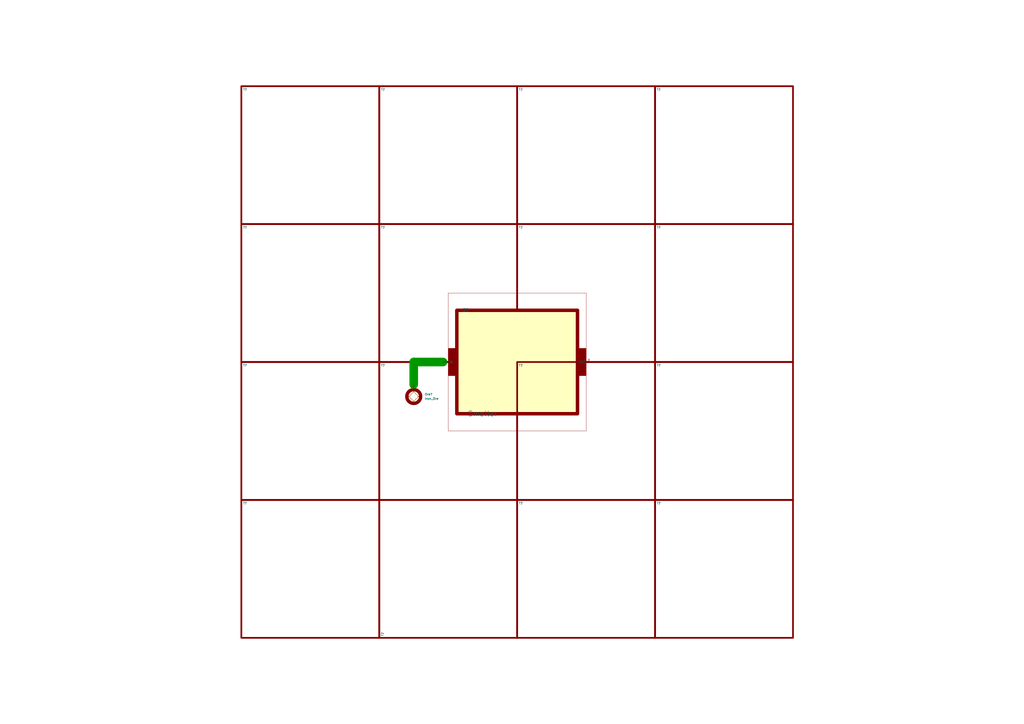
<source format=kicad_sch>
(kicad_sch (version 20211123) (generator eeschema)
  (paper "A2")
  (lib_symbols
    (symbol "Foundations:Tile"
      (property "Reference" "T" (at -12 18 0))
      (symbol "Tile_0_1"
        (rectangle (start -40 -40) (end 40 40) (stroke (width 1)))
      )
    )
    (symbol "Smelter_2"
      (property "Reference" "S" (at -38 38 0))
      (property "Value" "Smelter_2" (at 0 0 0))
      (symbol "Smelter_2_0_1"
        (rectangle (start -30 35) (end 30 -35) (stroke (width 2)) (fill (type background)))
        (rectangle (start -8 40) (end 8 35) (stroke (width 0.1)) (fill (type outline)))
        (rectangle (start 8 -40) (end -8 -35) (stroke (width 0.1)) (fill (type outline)))
        (rectangle (start 40 -40) (end -40 40))
      )
      (symbol "Smelter_2_1_1"
        (pin input line (at 0 -43 90) (length 3) (name "IN") (number "1"))
        (pin output line (at 0 43 270) (length 3) (name "OUT") (number "2"))
      )
    )
    (symbol "Supplies:Iron_Ore"
      (property "Reference" "Ore" (at 0 0 0))
      (property "Value" "Iron_Ore" (at 0 -6 0))
      (symbol "Iron_Ore_0_1"
        (arc (start -3 0) (mid -1.2929 -0.7071) (end -2 1) (fill (type background)))
        (arc (start -2 -1) (mid -1.2929 0.7071) (end -3 0) (fill (type background)))
        (arc (start -2 1) (mid -0.2929 0.2929) (end -1 2) (fill (type background)))
        (arc (start -1 -2) (mid -0.2929 -0.2929) (end -2 -1) (fill (type background)))
        (arc (start -1 2) (mid 0.7071 1.2929) (end 0 3) (fill (type background)))
        (arc (start 0 -3) (mid 0.7071 -1.2929) (end -1 -2) (fill (type background)))
        (circle (center 0 0) (radius 4) (stroke (width 2)))
        (arc (start 0 3) (mid -0.7071 1.2929) (end 1 2) (fill (type background)))
        (arc (start 1 -2) (mid -0.7071 -1.2929) (end 0 -3) (fill (type background)))
        (arc (start 1 2) (mid 0.2929 0.2929) (end 2 1) (fill (type background)))
        (arc (start 2 -1) (mid 0.2929 -0.2929) (end 1 -2) (fill (type background)))
        (arc (start 2 1) (mid 1.2929 -0.7071) (end 3 0) (fill (type background)))
        (arc (start 3 0) (mid 1.2929 0.7071) (end 2 -1) (fill (type background)))
      )
      (symbol "Iron_Ore_1_1"
        (pin output line (at 0 7 270) (length 3) (name "") (number "1"))
      )
    )
  )
  (wire (pts (xy 240 210) (xy 257 210)) (stroke (width 5)))
  (bus (pts (xy 240 210) (xy 260 210)))
  (wire (pts (xy 240 223) (xy 240 210)) (stroke (width 5)))
  (bus (pts (xy 240 225.0128) (xy 240 210)))
  (symbol (lib_id "Foundations:Tile") (at 260 170 0) (unit 1)
    (property "Reference" "T?" (at 220.9592 131.922 0) (effects (justify left)))
    (property "Value" "Tile" (effects hide))
    (property "Dimensions" "8x8m" (effects hide))
  )
  (symbol (lib_id "Foundations:Tile") (at 340 90 0) (unit 1)
    (property "Reference" "T?" (at 300.9592 51.922 0) (effects (justify left)))
    (property "Value" "Tile" (effects hide))
    (property "Dimensions" "8x8m" (effects hide))
  )
  (symbol (lib_id "Foundations:Tile") (at 420 330 0) (unit 1)
    (property "Reference" "T?" (at 380.9592 291.922 0) (effects (justify left)))
    (property "Value" "Tile" (effects hide))
    (property "Dimensions" "8x8m" (effects hide))
  )
  (symbol (lib_id "Foundations:Tile") (at 340 330 0) (unit 1)
    (property "Reference" "T?" (at 300.9592 291.922 0) (effects (justify left)))
    (property "Value" "Tile" (effects hide))
    (property "Dimensions" "8x8m" (effects hide))
  )
  (symbol (lib_id "Foundations:Tile") (at 180 90 0) (unit 1)
    (property "Reference" "T?" (at 140.9592 51.922 0) (effects (justify left)))
    (property "Value" "Tile" (effects hide))
    (property "Dimensions" "8x8m" (effects hide))
  )
  (symbol (lib_id "Foundations:Tile") (at 180 170 0) (unit 1)
    (property "Reference" "T?" (at 140.9592 131.922 0) (effects (justify left)))
    (property "Value" "Tile" (effects hide))
    (property "Dimensions" "8x8m" (effects hide))
  )
  (symbol (lib_id "Foundations:Tile") (at 420 250 0) (unit 1)
    (property "Reference" "T?" (at 380.9592 211.922 0) (effects (justify left)))
    (property "Value" "Tile" (effects hide))
    (property "Dimensions" "8x8m" (effects hide))
  )
  (symbol (lib_id "Foundations:Tile") (at 180 330 0) (unit 1)
    (property "Reference" "T?" (at 140.9592 291.922 0) (effects (justify left)))
    (property "Value" "Tile" (effects hide))
    (property "Dimensions" "8x8m" (effects hide))
  )
  (symbol (lib_id "Foundations:Tile") (at 260 250 0) (unit 1)
    (property "Reference" "T?" (at 220.9592 211.922 0) (effects (justify left)))
    (property "Value" "Tile" (effects hide))
    (property "Dimensions" "8x8m" (effects hide))
  )
  (symbol (lib_id "Foundations:Tile") (at 420 90 0) (unit 1)
    (property "Reference" "T?" (at 380.9592 51.922 0) (effects (justify left)))
    (property "Value" "Tile" (effects hide))
    (property "Dimensions" "8x8m" (effects hide))
  )
  (symbol (lib_id "Foundations:Tile") (at 420 170 0) (unit 1)
    (property "Reference" "T?" (at 380.9592 131.922 0) (effects (justify left)))
    (property "Value" "Tile" (effects hide))
    (property "Dimensions" "8x8m" (effects hide))
  )
  (symbol (lib_id "Foundations:Tile") (at 260 90 0) (unit 1)
    (property "Reference" "T?" (at 220.9592 51.922 0) (effects (justify left)))
    (property "Value" "Tile" (effects hide))
    (property "Dimensions" "8x8m" (effects hide))
  )
  (symbol (lib_id "Foundations:Tile") (at 260 330 90) (unit 1)
    (property "Reference" "T?" (at 221.922 369.0408 0) (effects (justify left)))
    (property "Value" "Tile" (effects hide))
    (property "Dimensions" "8x8m" (effects hide))
  )
  (symbol (lib_id "Supplies:Iron_Ore") (at 240 230 0) (unit 1)
    (property "Reference" "Ore?" (at 246.38 228.7299 0) (effects (justify left)))
    (property "Value" "Iron_Ore" (at 246.38 231.2699 0) (effects (justify left)))
  )
  (symbol (lib_name "Smelter_2") (lib_id "Factories:Smelter") (at 300 210 270) (unit 1)
    (property "Reference" "S?" (at 270 180 90) (effects (font (size 2 2))))
    (property "Value" "Smelter" (at 280 240 90) (effects (font (size 3 3))))
  )
  (symbol (lib_id "Foundations:Tile") (at 340 170 0) (unit 1)
    (property "Reference" "T?" (at 300.9592 131.922 0) (effects (justify left)))
    (property "Value" "Tile" (effects hide))
    (property "Dimensions" "8x8m" (effects hide))
  )
  (symbol (lib_id "Foundations:Tile") (at 340 250 0) (unit 1)
    (property "Reference" "T?" (at 300.9592 211.922 0) (effects (justify left)))
    (property "Value" "Tile" (effects hide))
    (property "Dimensions" "8x8m" (effects hide))
  )
  (symbol (lib_id "Foundations:Tile") (at 180 250 0) (unit 1)
    (property "Reference" "T?" (at 140.9592 211.922 0) (effects (justify left)))
    (property "Value" "Tile" (effects hide))
    (property "Dimensions" "8x8m" (effects hide))
  )
)
</source>
